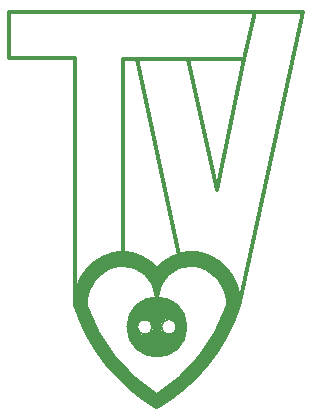
<source format=gto>
G04*
G04 #@! TF.GenerationSoftware,Altium Limited,Altium Designer,18.1.7 (191)*
G04*
G04 Layer_Color=65535*
%FSAX25Y25*%
%MOIN*%
G70*
G01*
G75*
%ADD10C,0.00787*%
%ADD11C,0.01968*%
%ADD12C,0.03150*%
%ADD13C,0.01181*%
G36*
X0406299Y0296973D02*
X0410630Y0295005D01*
X0414567Y0292249D01*
X0417323Y0287918D01*
X0418898Y0283588D01*
Y0279651D01*
X0418806Y0279647D01*
X0418019Y0277288D01*
X0413689Y0268233D01*
X0409555Y0261934D01*
X0405027Y0256422D01*
X0397547Y0249729D01*
X0391708Y0245793D01*
X0391687Y0247769D01*
X0391666Y0245793D01*
X0385827Y0249729D01*
X0378346Y0256422D01*
X0373819Y0261934D01*
X0369685Y0268233D01*
X0365354Y0277288D01*
X0364567Y0279651D01*
Y0283588D01*
X0366142Y0287918D01*
X0368898Y0292249D01*
X0372835Y0295005D01*
X0377165Y0296973D01*
X0380315Y0297367D01*
X0384252Y0296580D01*
X0388189Y0295005D01*
X0390551Y0293037D01*
X0391732Y0291814D01*
X0392913Y0293037D01*
X0395276Y0295005D01*
X0399213Y0296580D01*
X0403150Y0297367D01*
X0406299Y0296973D01*
D02*
G37*
%LPC*%
G36*
X0405118Y0293307D02*
X0402362Y0293307D01*
X0399606Y0293037D01*
X0396457Y0291462D01*
X0394094Y0289100D01*
X0392520Y0286344D01*
X0391757Y0282532D01*
X0391757Y0282283D01*
X0391732Y0282407D01*
X0391708Y0282283D01*
X0391707Y0282532D01*
X0390945Y0286344D01*
X0389370Y0289100D01*
X0387008Y0291462D01*
X0383858Y0293037D01*
X0381102Y0293307D01*
X0378346Y0293307D01*
X0375197Y0292249D01*
X0372441Y0290674D01*
X0370472Y0288312D01*
X0369291Y0286344D01*
X0368110Y0282800D01*
Y0279528D01*
X0369291Y0275714D01*
X0371457Y0271777D01*
X0374803Y0265871D01*
X0379134Y0260359D01*
X0383858Y0255635D01*
X0388976Y0251698D01*
X0391687Y0249759D01*
X0394397Y0251698D01*
X0399515Y0255635D01*
X0404240Y0260359D01*
X0408570Y0265871D01*
X0411917Y0271777D01*
X0414082Y0275714D01*
X0415263Y0279528D01*
X0415354Y0279541D01*
Y0282800D01*
X0414173Y0286344D01*
X0412992Y0288312D01*
X0411024Y0290674D01*
X0408268Y0292249D01*
X0405118Y0293307D01*
D02*
G37*
%LPD*%
G36*
X0398721Y0275615D02*
Y0273844D01*
X0398228Y0273351D01*
Y0273647D01*
X0396752Y0275123D01*
X0394488D01*
X0392717Y0273351D01*
X0390354D01*
X0388681Y0275025D01*
X0386516D01*
X0385531Y0274040D01*
X0384449D01*
X0384350Y0274139D01*
X0384744Y0274631D01*
Y0275714D01*
X0388725Y0279695D01*
X0394641D01*
X0398721Y0275615D01*
D02*
G37*
G36*
X0394587Y0270103D02*
X0396752D01*
X0397736Y0271088D01*
X0398819D01*
X0398917Y0270989D01*
X0398524Y0270497D01*
Y0269414D01*
X0394543Y0265434D01*
X0388627D01*
X0384547Y0269513D01*
Y0271285D01*
X0385039Y0271777D01*
Y0271481D01*
X0386516Y0270005D01*
X0388779D01*
X0390551Y0271777D01*
X0392913D01*
X0394587Y0270103D01*
D02*
G37*
D10*
X0401600Y0272564D02*
G03*
X0401600Y0272564I-0009843J0000000D01*
G01*
X0398327D02*
G03*
X0398327Y0272564I-0002559J0000000D01*
G01*
X0390256D02*
G03*
X0390256Y0272564I-0002559J0000000D01*
G01*
D11*
X0392662D02*
G03*
X0392662Y0272564I-0000858J0000000D01*
G01*
D12*
X0399853D02*
G03*
X0399853Y0272564I-0008096J0000000D01*
G01*
D13*
X0391708Y0249744D02*
G03*
X0415354Y0279528I-0030487J0048484D01*
G01*
X0368110D02*
G03*
X0391757Y0249744I0054134J0018701D01*
G01*
X0415354Y0279528D02*
G03*
X0403543Y0293307I-0012795J0000984D01*
G01*
D02*
G03*
X0391757Y0282283I-0000381J-0011405D01*
G01*
D02*
G03*
X0379921Y0293307I-0011430J-0000406D01*
G01*
Y0293307D02*
G03*
X0368110Y0279528I0000984J-0012795D01*
G01*
X0403343Y0297411D02*
G03*
X0391768Y0291778I0000984J-0016732D01*
G01*
X0419091Y0279695D02*
G03*
X0403343Y0297411I-0016732J0000984D01*
G01*
X0391814Y0291820D02*
G03*
X0380315Y0297367I-0012483J-0011185D01*
G01*
D02*
G03*
X0364567Y0279651I0000984J-0016732D01*
G01*
X0391666Y0245793D02*
G03*
X0419225Y0279922I-0030512J0052830D01*
G01*
X0364567Y0279651D02*
G03*
X0391666Y0245793I0058070J0018704D01*
G01*
X0391708Y0276107D02*
X0391757Y0282283D01*
X0401968Y0361934D02*
X0411811Y0318233D01*
X0420866Y0361934D01*
X0424409Y0377682D01*
X0385039Y0361934D02*
X0420866D01*
X0385039D02*
X0399213Y0296580D01*
X0380315Y0361934D02*
X0385039D01*
X0380315Y0297761D02*
Y0361934D01*
X0364567Y0279651D02*
Y0362328D01*
X0419091Y0279695D02*
X0440551Y0377682D01*
X0342520D02*
X0440551D01*
X0342520Y0362328D02*
Y0377682D01*
Y0362328D02*
X0364567D01*
M02*

</source>
